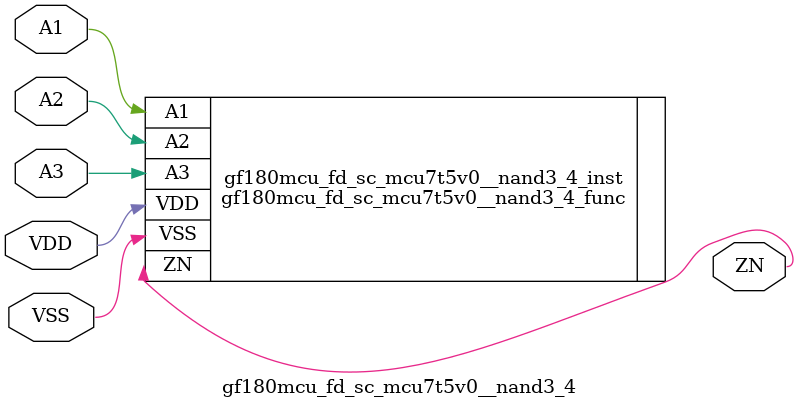
<source format=v>

module gf180mcu_fd_sc_mcu7t5v0__nand3_4( A2, ZN, A3, A1, VDD, VSS );
input A1, A2, A3;
inout VDD, VSS;
output ZN;

   `ifdef FUNCTIONAL  //  functional //

	gf180mcu_fd_sc_mcu7t5v0__nand3_4_func gf180mcu_fd_sc_mcu7t5v0__nand3_4_behav_inst(.A2(A2),.ZN(ZN),.A3(A3),.A1(A1),.VDD(VDD),.VSS(VSS));

   `else

	gf180mcu_fd_sc_mcu7t5v0__nand3_4_func gf180mcu_fd_sc_mcu7t5v0__nand3_4_inst(.A2(A2),.ZN(ZN),.A3(A3),.A1(A1),.VDD(VDD),.VSS(VSS));

	// spec_gates_begin


	// spec_gates_end



   specify

	// specify_block_begin

	// comb arc A1 --> ZN
	 (A1 => ZN) = (1.0,1.0);

	// comb arc A2 --> ZN
	 (A2 => ZN) = (1.0,1.0);

	// comb arc A3 --> ZN
	 (A3 => ZN) = (1.0,1.0);

	// specify_block_end

   endspecify

   `endif

endmodule

</source>
